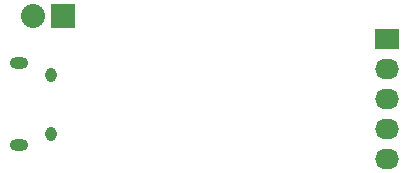
<source format=gbs>
G04 #@! TF.FileFunction,Soldermask,Bot*
%FSLAX46Y46*%
G04 Gerber Fmt 4.6, Leading zero omitted, Abs format (unit mm)*
G04 Created by KiCad (PCBNEW 4.0.2+dfsg1-stable) date Thu 01 Sep 2016 11:14:53 PM EEST*
%MOMM*%
G01*
G04 APERTURE LIST*
%ADD10C,0.100000*%
%ADD11O,0.950000X1.250000*%
%ADD12O,1.550000X1.000000*%
%ADD13R,2.032000X2.032000*%
%ADD14O,2.032000X2.032000*%
%ADD15R,2.032000X1.727200*%
%ADD16O,2.032000X1.727200*%
G04 APERTURE END LIST*
D10*
D11*
X119062540Y-77499100D03*
X119062540Y-82499100D03*
D12*
X116362540Y-76499100D03*
X116362540Y-83499100D03*
D13*
X120080000Y-72540000D03*
D14*
X117540000Y-72540000D03*
D15*
X147500000Y-74460000D03*
D16*
X147500000Y-77000000D03*
X147500000Y-79540000D03*
X147500000Y-82080000D03*
X147500000Y-84620000D03*
M02*

</source>
